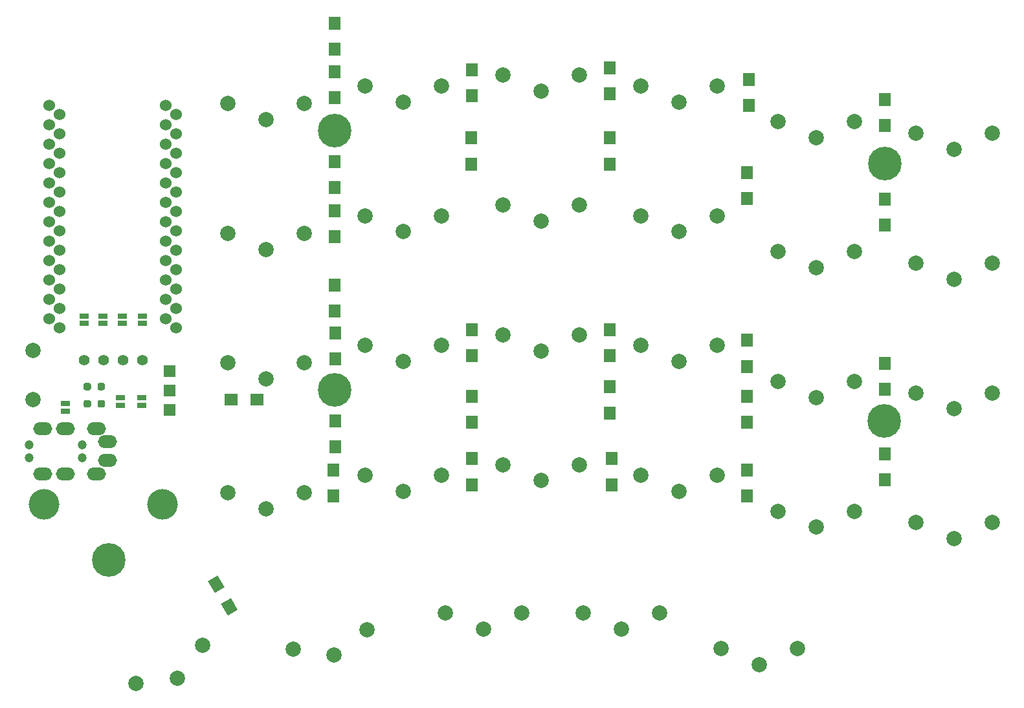
<source format=gts>
G04 #@! TF.GenerationSoftware,KiCad,Pcbnew,5.1.9*
G04 #@! TF.CreationDate,2021-04-09T21:29:26-07:00*
G04 #@! TF.ProjectId,SofleKeyboard,536f666c-654b-4657-9962-6f6172642e6b,rev?*
G04 #@! TF.SameCoordinates,Original*
G04 #@! TF.FileFunction,Soldermask,Top*
G04 #@! TF.FilePolarity,Negative*
%FSLAX46Y46*%
G04 Gerber Fmt 4.6, Leading zero omitted, Abs format (unit mm)*
G04 Created by KiCad (PCBNEW 5.1.9) date 2021-04-09 21:29:26*
%MOMM*%
%LPD*%
G01*
G04 APERTURE LIST*
%ADD10R,1.143000X0.635000*%
%ADD11C,4.000000*%
%ADD12C,1.524000*%
%ADD13C,2.000000*%
%ADD14C,1.397000*%
%ADD15R,1.524000X1.524000*%
%ADD16O,2.500000X1.700000*%
%ADD17C,1.200000*%
%ADD18C,0.700000*%
%ADD19C,4.400000*%
%ADD20R,1.500000X1.800000*%
%ADD21C,0.100000*%
%ADD22R,1.800000X1.500000*%
G04 APERTURE END LIST*
D10*
X103746996Y-94725113D03*
X103746996Y-95725873D03*
X106496996Y-94725113D03*
X106496996Y-95725873D03*
X96500000Y-95500000D03*
X96500000Y-96500760D03*
D11*
X93756996Y-108698013D03*
X109256996Y-108698013D03*
G36*
G01*
X98896268Y-95747478D02*
X98896268Y-95272478D01*
G75*
G02*
X99133768Y-95034978I237500J0D01*
G01*
X99633768Y-95034978D01*
G75*
G02*
X99871268Y-95272478I0J-237500D01*
G01*
X99871268Y-95747478D01*
G75*
G02*
X99633768Y-95984978I-237500J0D01*
G01*
X99133768Y-95984978D01*
G75*
G02*
X98896268Y-95747478I0J237500D01*
G01*
G37*
G36*
G01*
X100721268Y-95747478D02*
X100721268Y-95272478D01*
G75*
G02*
X100958768Y-95034978I237500J0D01*
G01*
X101458768Y-95034978D01*
G75*
G02*
X101696268Y-95272478I0J-237500D01*
G01*
X101696268Y-95747478D01*
G75*
G02*
X101458768Y-95984978I-237500J0D01*
G01*
X100958768Y-95984978D01*
G75*
G02*
X100721268Y-95747478I0J237500D01*
G01*
G37*
D12*
X109676996Y-56428013D03*
X109676996Y-58968013D03*
X109676996Y-61508013D03*
X109676996Y-64048013D03*
X109676996Y-66588013D03*
X109676996Y-69128013D03*
X109676996Y-71668013D03*
X109676996Y-74208013D03*
X109676996Y-76748013D03*
X109676996Y-79288013D03*
X109676996Y-81828013D03*
X109676996Y-84368013D03*
X94436996Y-84368013D03*
X94436996Y-81828013D03*
X94436996Y-79288013D03*
X94436996Y-76748013D03*
X94436996Y-74208013D03*
X94436996Y-71668013D03*
X94436996Y-69128013D03*
X94436996Y-66588013D03*
X94436996Y-64048013D03*
X94436996Y-61508013D03*
X94436996Y-58968013D03*
X94436996Y-56428013D03*
X110975811Y-67783758D03*
X110975811Y-72863758D03*
X95735811Y-57623758D03*
X110975811Y-60163758D03*
X110975811Y-83023758D03*
X95735811Y-85563758D03*
X110975811Y-75403758D03*
X110975811Y-77943758D03*
X95735811Y-75403758D03*
X95735811Y-80483758D03*
X95735811Y-67783758D03*
X95735811Y-65243758D03*
X95735811Y-60163758D03*
X95735811Y-70323758D03*
X110975811Y-85563758D03*
X95735811Y-77943758D03*
X110975811Y-57623758D03*
X110975811Y-62703758D03*
X95735811Y-83023758D03*
X110975811Y-65243758D03*
X110975811Y-70323758D03*
X95735811Y-72863758D03*
X110975811Y-80483758D03*
X95735811Y-62703758D03*
D13*
X92256996Y-88500000D03*
X92256996Y-95000000D03*
D10*
X101456996Y-84998393D03*
X101456996Y-83997633D03*
D14*
X98956996Y-89798013D03*
X101496996Y-89798013D03*
X104036996Y-89798013D03*
X106576996Y-89798013D03*
D15*
X110156996Y-91198013D03*
X110156996Y-93798013D03*
X110156996Y-96298013D03*
D10*
X98956996Y-84998393D03*
X98956996Y-83997633D03*
X106556996Y-84998393D03*
X106556996Y-83997633D03*
X103956996Y-84998393D03*
X103956996Y-83997633D03*
D16*
X102056996Y-102948013D03*
X100556996Y-98748013D03*
X96556996Y-98748013D03*
X93556996Y-98748013D03*
D17*
X98756996Y-100848013D03*
X91756996Y-100848013D03*
D16*
X96556996Y-104698013D03*
X93556996Y-104698013D03*
X102056996Y-100498013D03*
X100556996Y-104698013D03*
D17*
X91756996Y-102598013D03*
X98756996Y-102598013D03*
G36*
G01*
X98896268Y-93497478D02*
X98896268Y-93022478D01*
G75*
G02*
X99133768Y-92784978I237500J0D01*
G01*
X99633768Y-92784978D01*
G75*
G02*
X99871268Y-93022478I0J-237500D01*
G01*
X99871268Y-93497478D01*
G75*
G02*
X99633768Y-93734978I-237500J0D01*
G01*
X99133768Y-93734978D01*
G75*
G02*
X98896268Y-93497478I0J237500D01*
G01*
G37*
G36*
G01*
X100721268Y-93497478D02*
X100721268Y-93022478D01*
G75*
G02*
X100958768Y-92784978I237500J0D01*
G01*
X101458768Y-92784978D01*
G75*
G02*
X101696268Y-93022478I0J-237500D01*
G01*
X101696268Y-93497478D01*
G75*
G02*
X101458768Y-93734978I-237500J0D01*
G01*
X100958768Y-93734978D01*
G75*
G02*
X100721268Y-93497478I0J237500D01*
G01*
G37*
D13*
X127747000Y-56178100D03*
X122747000Y-58278100D03*
X117747000Y-56178100D03*
D18*
X204823722Y-96581287D03*
X203656996Y-96098013D03*
X202490270Y-96581287D03*
X202006996Y-97748013D03*
X202490270Y-98914739D03*
X203656996Y-99398013D03*
X204823722Y-98914739D03*
X205306996Y-97748013D03*
D19*
X203656996Y-97748013D03*
D18*
X204913722Y-62858386D03*
X203746996Y-62375112D03*
X202580270Y-62858386D03*
X202096996Y-64025112D03*
X202580270Y-65191838D03*
X203746996Y-65675112D03*
X204913722Y-65191838D03*
X205396996Y-64025112D03*
D19*
X203746996Y-64025112D03*
D13*
X127747000Y-90178100D03*
X122747000Y-92278100D03*
X117747000Y-90178100D03*
X163747000Y-103478100D03*
X158747000Y-105578100D03*
X153747000Y-103478100D03*
X217747000Y-77078100D03*
X212747000Y-79178100D03*
X207747000Y-77078100D03*
X199747000Y-109578100D03*
X194747000Y-111678100D03*
X189747000Y-109578100D03*
X181747000Y-53878100D03*
X176747000Y-55978100D03*
X171747000Y-53878100D03*
X199747000Y-92578100D03*
X194747000Y-94678100D03*
X189747000Y-92578100D03*
D18*
X101040266Y-114785996D03*
X100556992Y-115952722D03*
X101040266Y-117119448D03*
X102206992Y-117602722D03*
X103373718Y-117119448D03*
X103856992Y-115952722D03*
X103373718Y-114785996D03*
X102206992Y-114302722D03*
D19*
X102206992Y-115952722D03*
D13*
X145747000Y-87878100D03*
X140747000Y-89978100D03*
X135747000Y-87878100D03*
X181747000Y-70878100D03*
X176747000Y-72978100D03*
X171747000Y-70878100D03*
X145747000Y-70878100D03*
X140747000Y-72978100D03*
X135747000Y-70878100D03*
X181747000Y-104878100D03*
X176747000Y-106978100D03*
X171747000Y-104878100D03*
X217747000Y-94078100D03*
X212747000Y-96178100D03*
X207747000Y-94078100D03*
X163747000Y-86478100D03*
X158747000Y-88578100D03*
X153747000Y-86478100D03*
X163747000Y-69478100D03*
X158747000Y-71578100D03*
X153747000Y-69478100D03*
X199747000Y-75578100D03*
X194747000Y-77678100D03*
X189747000Y-75578100D03*
X145747000Y-53878100D03*
X140747000Y-55978100D03*
X135747000Y-53878100D03*
X114437123Y-127138910D03*
X111156996Y-131457563D03*
X105776869Y-132138910D03*
X192247000Y-127578100D03*
X187247000Y-129678100D03*
X182247000Y-127578100D03*
X217747000Y-60078100D03*
X212747000Y-62178100D03*
X207747000Y-60078100D03*
X217747000Y-111078100D03*
X212747000Y-113178100D03*
X207747000Y-111078100D03*
X181747000Y-87878100D03*
X176747000Y-89978100D03*
X171747000Y-87878100D03*
X145747000Y-104878100D03*
X140747000Y-106978100D03*
X135747000Y-104878100D03*
D18*
X132913722Y-92558387D03*
X131746996Y-92075113D03*
X130580270Y-92558387D03*
X130096996Y-93725113D03*
X130580270Y-94891839D03*
X131746996Y-95375113D03*
X132913722Y-94891839D03*
X133396996Y-93725113D03*
D19*
X131746996Y-93725113D03*
D13*
X127747000Y-107178100D03*
X122747000Y-109278100D03*
X117747000Y-107178100D03*
X199747000Y-58578100D03*
X194747000Y-60678100D03*
X189747000Y-58578100D03*
X135940142Y-125074423D03*
X131654032Y-128396962D03*
X126280883Y-127662613D03*
X156247000Y-122878100D03*
X151247000Y-124978100D03*
X146247000Y-122878100D03*
X174247000Y-122878100D03*
X169247000Y-124978100D03*
X164247000Y-122878100D03*
X127747000Y-73178100D03*
X122747000Y-75278100D03*
X117747000Y-73178100D03*
X163747000Y-52478100D03*
X158747000Y-54578100D03*
X153747000Y-52478100D03*
D18*
X132913722Y-58558387D03*
X131746996Y-58075113D03*
X130580270Y-58558387D03*
X130096996Y-59725113D03*
X130580270Y-60891839D03*
X131746996Y-61375113D03*
X132913722Y-60891839D03*
X133396996Y-59725113D03*
D19*
X131746996Y-59725113D03*
D20*
X167956992Y-102702722D03*
X167956992Y-106102722D03*
X149706992Y-102702722D03*
X149706992Y-106102722D03*
X131606992Y-104152722D03*
X131606992Y-107552722D03*
D21*
G36*
X116857477Y-121688076D02*
G01*
X118156515Y-120938076D01*
X119056515Y-122496922D01*
X117757477Y-123246922D01*
X116857477Y-121688076D01*
G37*
G36*
X115157477Y-118743590D02*
G01*
X116456515Y-117993590D01*
X117356515Y-119552436D01*
X116057477Y-120302436D01*
X115157477Y-118743590D01*
G37*
D20*
X203706992Y-105452722D03*
X203706992Y-102052722D03*
X185706992Y-97902722D03*
X185706992Y-94502722D03*
X167706992Y-96702722D03*
X167706992Y-93302722D03*
X149706992Y-97902722D03*
X149706992Y-94502722D03*
X131806992Y-101152722D03*
X131806992Y-97752722D03*
D22*
X121606992Y-94952722D03*
X118206992Y-94952722D03*
D20*
X203706992Y-90202722D03*
X203706992Y-93602722D03*
X185706992Y-87202722D03*
X185706992Y-90602722D03*
X167706992Y-85802722D03*
X167706992Y-89202722D03*
X149706992Y-85802722D03*
X149706992Y-89202722D03*
X131706992Y-79952722D03*
X131706992Y-83352722D03*
X131806992Y-86252722D03*
X131806992Y-89652722D03*
X203706992Y-72102722D03*
X203706992Y-68702722D03*
X185706992Y-68602722D03*
X185706992Y-65202722D03*
X167706992Y-64102722D03*
X167706992Y-60702722D03*
X149600000Y-64102722D03*
X149600000Y-60702722D03*
X131706992Y-73602722D03*
X131706992Y-70202722D03*
X131706992Y-67202722D03*
X131706992Y-63802722D03*
X203731992Y-55702722D03*
X203731992Y-59102722D03*
X185956992Y-53052722D03*
X185956992Y-56452722D03*
X167706992Y-51552722D03*
X167706992Y-54952722D03*
X149706992Y-51802722D03*
X149706992Y-55202722D03*
X131706992Y-52052722D03*
X131706992Y-55452722D03*
X131706992Y-45702722D03*
X131706992Y-49102722D03*
X185706992Y-104202722D03*
X185706992Y-107602722D03*
M02*

</source>
